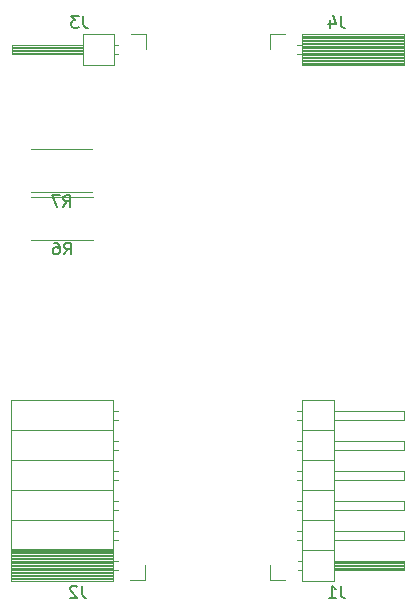
<source format=gbo>
%TF.GenerationSoftware,KiCad,Pcbnew,4.0.7*%
%TF.CreationDate,2017-11-15T19:14:24+08:00*%
%TF.ProjectId,nixie_tube,6E697869655F747562652E6B69636164,rev?*%
%TF.FileFunction,Legend,Bot*%
%FSLAX46Y46*%
G04 Gerber Fmt 4.6, Leading zero omitted, Abs format (unit mm)*
G04 Created by KiCad (PCBNEW 4.0.7) date 11/15/17 19:14:24*
%MOMM*%
%LPD*%
G01*
G04 APERTURE LIST*
%ADD10C,0.100000*%
%ADD11C,0.120000*%
%ADD12C,0.150000*%
G04 APERTURE END LIST*
D10*
D11*
X4420000Y-3630000D02*
X-780000Y-3630000D01*
X-780000Y-7270000D02*
X4420000Y-7270000D01*
X4470000Y-7650000D02*
X-730000Y-7650000D01*
X-730000Y-11290000D02*
X4470000Y-11290000D01*
X6140000Y-40180000D02*
X6140000Y-37580000D01*
X6140000Y-37580000D02*
X-2490000Y-37580000D01*
X-2490000Y-37580000D02*
X-2490000Y-40180000D01*
X-2490000Y-40180000D02*
X6140000Y-40180000D01*
X6570000Y-39230000D02*
X6140000Y-39230000D01*
X6570000Y-38470000D02*
X6140000Y-38470000D01*
X6140000Y-40000000D02*
X-2490000Y-40000000D01*
X6140000Y-39880000D02*
X-2490000Y-39880000D01*
X6140000Y-39760000D02*
X-2490000Y-39760000D01*
X6140000Y-39640000D02*
X-2490000Y-39640000D01*
X6140000Y-39520000D02*
X-2490000Y-39520000D01*
X6140000Y-39400000D02*
X-2490000Y-39400000D01*
X6140000Y-39280000D02*
X-2490000Y-39280000D01*
X6140000Y-39160000D02*
X-2490000Y-39160000D01*
X6140000Y-39040000D02*
X-2490000Y-39040000D01*
X6140000Y-38920000D02*
X-2490000Y-38920000D01*
X6140000Y-38800000D02*
X-2490000Y-38800000D01*
X6140000Y-38680000D02*
X-2490000Y-38680000D01*
X6140000Y-38560000D02*
X-2490000Y-38560000D01*
X6140000Y-38440000D02*
X-2490000Y-38440000D01*
X6140000Y-38320000D02*
X-2490000Y-38320000D01*
X6140000Y-38200000D02*
X-2490000Y-38200000D01*
X6140000Y-38080000D02*
X-2490000Y-38080000D01*
X6140000Y-37960000D02*
X-2490000Y-37960000D01*
X6140000Y-37840000D02*
X-2490000Y-37840000D01*
X6140000Y-37720000D02*
X-2490000Y-37720000D01*
X6140000Y-37600000D02*
X-2490000Y-37600000D01*
X6140000Y-37480000D02*
X-2490000Y-37480000D01*
X6140000Y-37580000D02*
X6140000Y-35040000D01*
X6140000Y-35040000D02*
X-2490000Y-35040000D01*
X-2490000Y-35040000D02*
X-2490000Y-37580000D01*
X-2490000Y-37580000D02*
X6140000Y-37580000D01*
X6570000Y-36690000D02*
X6140000Y-36690000D01*
X6570000Y-35930000D02*
X6140000Y-35930000D01*
X6140000Y-35040000D02*
X6140000Y-32500000D01*
X6140000Y-32500000D02*
X-2490000Y-32500000D01*
X-2490000Y-32500000D02*
X-2490000Y-35040000D01*
X-2490000Y-35040000D02*
X6140000Y-35040000D01*
X6570000Y-34150000D02*
X6140000Y-34150000D01*
X6570000Y-33390000D02*
X6140000Y-33390000D01*
X6140000Y-32500000D02*
X6140000Y-29960000D01*
X6140000Y-29960000D02*
X-2490000Y-29960000D01*
X-2490000Y-29960000D02*
X-2490000Y-32500000D01*
X-2490000Y-32500000D02*
X6140000Y-32500000D01*
X6570000Y-31610000D02*
X6140000Y-31610000D01*
X6570000Y-30850000D02*
X6140000Y-30850000D01*
X6140000Y-29960000D02*
X6140000Y-27420000D01*
X6140000Y-27420000D02*
X-2490000Y-27420000D01*
X-2490000Y-27420000D02*
X-2490000Y-29960000D01*
X-2490000Y-29960000D02*
X6140000Y-29960000D01*
X6570000Y-29070000D02*
X6140000Y-29070000D01*
X6570000Y-28310000D02*
X6140000Y-28310000D01*
X6140000Y-27420000D02*
X6140000Y-24820000D01*
X6140000Y-24820000D02*
X-2490000Y-24820000D01*
X-2490000Y-24820000D02*
X-2490000Y-27420000D01*
X-2490000Y-27420000D02*
X6140000Y-27420000D01*
X6570000Y-26530000D02*
X6140000Y-26530000D01*
X6570000Y-25770000D02*
X6140000Y-25770000D01*
X7600000Y-40120000D02*
X8870000Y-40120000D01*
X8870000Y-40120000D02*
X8870000Y-38850000D01*
X22190000Y-40180000D02*
X22190000Y-24820000D01*
X22190000Y-24820000D02*
X24850000Y-24820000D01*
X24850000Y-24820000D02*
X24850000Y-40180000D01*
X24850000Y-40180000D02*
X22190000Y-40180000D01*
X24850000Y-39230000D02*
X30850000Y-39230000D01*
X30850000Y-39230000D02*
X30850000Y-38470000D01*
X30850000Y-38470000D02*
X24850000Y-38470000D01*
X24850000Y-39170000D02*
X30850000Y-39170000D01*
X24850000Y-39050000D02*
X30850000Y-39050000D01*
X24850000Y-38930000D02*
X30850000Y-38930000D01*
X24850000Y-38810000D02*
X30850000Y-38810000D01*
X24850000Y-38690000D02*
X30850000Y-38690000D01*
X24850000Y-38570000D02*
X30850000Y-38570000D01*
X21860000Y-39230000D02*
X22190000Y-39230000D01*
X21860000Y-38470000D02*
X22190000Y-38470000D01*
X22190000Y-37580000D02*
X24850000Y-37580000D01*
X24850000Y-36690000D02*
X30850000Y-36690000D01*
X30850000Y-36690000D02*
X30850000Y-35930000D01*
X30850000Y-35930000D02*
X24850000Y-35930000D01*
X21792929Y-36690000D02*
X22190000Y-36690000D01*
X21792929Y-35930000D02*
X22190000Y-35930000D01*
X22190000Y-35040000D02*
X24850000Y-35040000D01*
X24850000Y-34150000D02*
X30850000Y-34150000D01*
X30850000Y-34150000D02*
X30850000Y-33390000D01*
X30850000Y-33390000D02*
X24850000Y-33390000D01*
X21792929Y-34150000D02*
X22190000Y-34150000D01*
X21792929Y-33390000D02*
X22190000Y-33390000D01*
X22190000Y-32500000D02*
X24850000Y-32500000D01*
X24850000Y-31610000D02*
X30850000Y-31610000D01*
X30850000Y-31610000D02*
X30850000Y-30850000D01*
X30850000Y-30850000D02*
X24850000Y-30850000D01*
X21792929Y-31610000D02*
X22190000Y-31610000D01*
X21792929Y-30850000D02*
X22190000Y-30850000D01*
X22190000Y-29960000D02*
X24850000Y-29960000D01*
X24850000Y-29070000D02*
X30850000Y-29070000D01*
X30850000Y-29070000D02*
X30850000Y-28310000D01*
X30850000Y-28310000D02*
X24850000Y-28310000D01*
X21792929Y-29070000D02*
X22190000Y-29070000D01*
X21792929Y-28310000D02*
X22190000Y-28310000D01*
X22190000Y-27420000D02*
X24850000Y-27420000D01*
X24850000Y-26530000D02*
X30850000Y-26530000D01*
X30850000Y-26530000D02*
X30850000Y-25770000D01*
X30850000Y-25770000D02*
X24850000Y-25770000D01*
X21792929Y-26530000D02*
X22190000Y-26530000D01*
X21792929Y-25770000D02*
X22190000Y-25770000D01*
X19480000Y-38850000D02*
X19480000Y-40120000D01*
X19480000Y-40120000D02*
X20750000Y-40120000D01*
X6260000Y6180000D02*
X6260000Y3520000D01*
X6260000Y3520000D02*
X3600000Y3520000D01*
X3600000Y3520000D02*
X3600000Y6180000D01*
X3600000Y6180000D02*
X6260000Y6180000D01*
X3600000Y5230000D02*
X-2400000Y5230000D01*
X-2400000Y5230000D02*
X-2400000Y4470000D01*
X-2400000Y4470000D02*
X3600000Y4470000D01*
X3600000Y5170000D02*
X-2400000Y5170000D01*
X3600000Y5050000D02*
X-2400000Y5050000D01*
X3600000Y4930000D02*
X-2400000Y4930000D01*
X3600000Y4810000D02*
X-2400000Y4810000D01*
X3600000Y4690000D02*
X-2400000Y4690000D01*
X3600000Y4570000D02*
X-2400000Y4570000D01*
X6590000Y5230000D02*
X6260000Y5230000D01*
X6590000Y4470000D02*
X6260000Y4470000D01*
X8970000Y4850000D02*
X8970000Y6120000D01*
X8970000Y6120000D02*
X7700000Y6120000D01*
X22210000Y6180000D02*
X22210000Y3520000D01*
X22210000Y3520000D02*
X30840000Y3520000D01*
X30840000Y3520000D02*
X30840000Y6180000D01*
X30840000Y6180000D02*
X22210000Y6180000D01*
X22210000Y6180000D02*
X22210000Y3580000D01*
X22210000Y3580000D02*
X30840000Y3580000D01*
X30840000Y3580000D02*
X30840000Y6180000D01*
X30840000Y6180000D02*
X22210000Y6180000D01*
X21780000Y5230000D02*
X22210000Y5230000D01*
X21780000Y4470000D02*
X22210000Y4470000D01*
X22210000Y6000000D02*
X30840000Y6000000D01*
X22210000Y5880000D02*
X30840000Y5880000D01*
X22210000Y5760000D02*
X30840000Y5760000D01*
X22210000Y5640000D02*
X30840000Y5640000D01*
X22210000Y5520000D02*
X30840000Y5520000D01*
X22210000Y5400000D02*
X30840000Y5400000D01*
X22210000Y5280000D02*
X30840000Y5280000D01*
X22210000Y5160000D02*
X30840000Y5160000D01*
X22210000Y5040000D02*
X30840000Y5040000D01*
X22210000Y4920000D02*
X30840000Y4920000D01*
X22210000Y4800000D02*
X30840000Y4800000D01*
X22210000Y4680000D02*
X30840000Y4680000D01*
X22210000Y4560000D02*
X30840000Y4560000D01*
X22210000Y4440000D02*
X30840000Y4440000D01*
X22210000Y4320000D02*
X30840000Y4320000D01*
X22210000Y4200000D02*
X30840000Y4200000D01*
X22210000Y4080000D02*
X30840000Y4080000D01*
X22210000Y3960000D02*
X30840000Y3960000D01*
X22210000Y3840000D02*
X30840000Y3840000D01*
X22210000Y3720000D02*
X30840000Y3720000D01*
X22210000Y3600000D02*
X30840000Y3600000D01*
X22210000Y3480000D02*
X30840000Y3480000D01*
X20750000Y6120000D02*
X19480000Y6120000D01*
X19480000Y6120000D02*
X19480000Y4850000D01*
D12*
X1986666Y-8502381D02*
X2320000Y-8026190D01*
X2558095Y-8502381D02*
X2558095Y-7502381D01*
X2177142Y-7502381D01*
X2081904Y-7550000D01*
X2034285Y-7597619D01*
X1986666Y-7692857D01*
X1986666Y-7835714D01*
X2034285Y-7930952D01*
X2081904Y-7978571D01*
X2177142Y-8026190D01*
X2558095Y-8026190D01*
X1653333Y-7502381D02*
X986666Y-7502381D01*
X1415238Y-8502381D01*
X2036666Y-12522381D02*
X2370000Y-12046190D01*
X2608095Y-12522381D02*
X2608095Y-11522381D01*
X2227142Y-11522381D01*
X2131904Y-11570000D01*
X2084285Y-11617619D01*
X2036666Y-11712857D01*
X2036666Y-11855714D01*
X2084285Y-11950952D01*
X2131904Y-11998571D01*
X2227142Y-12046190D01*
X2608095Y-12046190D01*
X1179523Y-11522381D02*
X1370000Y-11522381D01*
X1465238Y-11570000D01*
X1512857Y-11617619D01*
X1608095Y-11760476D01*
X1655714Y-11950952D01*
X1655714Y-12331905D01*
X1608095Y-12427143D01*
X1560476Y-12474762D01*
X1465238Y-12522381D01*
X1274761Y-12522381D01*
X1179523Y-12474762D01*
X1131904Y-12427143D01*
X1084285Y-12331905D01*
X1084285Y-12093810D01*
X1131904Y-11998571D01*
X1179523Y-11950952D01*
X1274761Y-11903333D01*
X1465238Y-11903333D01*
X1560476Y-11950952D01*
X1608095Y-11998571D01*
X1655714Y-12093810D01*
X3553333Y-40572381D02*
X3553333Y-41286667D01*
X3600953Y-41429524D01*
X3696191Y-41524762D01*
X3839048Y-41572381D01*
X3934286Y-41572381D01*
X3124762Y-40667619D02*
X3077143Y-40620000D01*
X2981905Y-40572381D01*
X2743809Y-40572381D01*
X2648571Y-40620000D01*
X2600952Y-40667619D01*
X2553333Y-40762857D01*
X2553333Y-40858095D01*
X2600952Y-41000952D01*
X3172381Y-41572381D01*
X2553333Y-41572381D01*
X25468333Y-40572381D02*
X25468333Y-41286667D01*
X25515953Y-41429524D01*
X25611191Y-41524762D01*
X25754048Y-41572381D01*
X25849286Y-41572381D01*
X24468333Y-41572381D02*
X25039762Y-41572381D01*
X24754048Y-41572381D02*
X24754048Y-40572381D01*
X24849286Y-40715238D01*
X24944524Y-40810476D01*
X25039762Y-40858095D01*
X3648333Y7667619D02*
X3648333Y6953333D01*
X3695953Y6810476D01*
X3791191Y6715238D01*
X3934048Y6667619D01*
X4029286Y6667619D01*
X3267381Y7667619D02*
X2648333Y7667619D01*
X2981667Y7286667D01*
X2838809Y7286667D01*
X2743571Y7239048D01*
X2695952Y7191429D01*
X2648333Y7096190D01*
X2648333Y6858095D01*
X2695952Y6762857D01*
X2743571Y6715238D01*
X2838809Y6667619D01*
X3124524Y6667619D01*
X3219762Y6715238D01*
X3267381Y6762857D01*
X25463333Y7667619D02*
X25463333Y6953333D01*
X25510953Y6810476D01*
X25606191Y6715238D01*
X25749048Y6667619D01*
X25844286Y6667619D01*
X24558571Y7334286D02*
X24558571Y6667619D01*
X24796667Y7715238D02*
X25034762Y7000952D01*
X24415714Y7000952D01*
M02*

</source>
